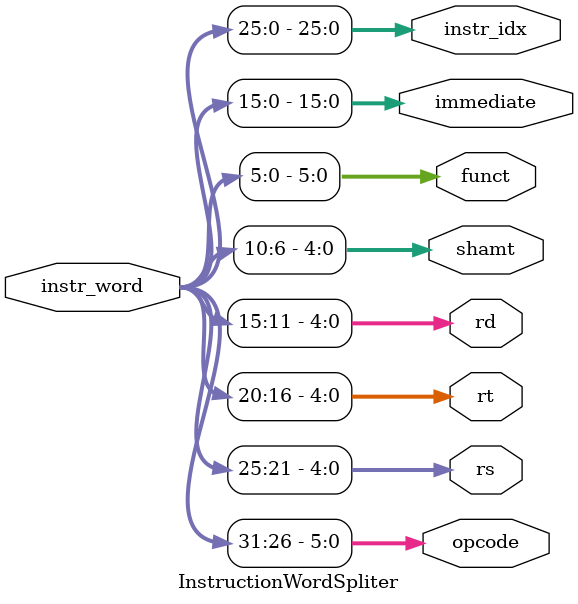
<source format=v>
`timescale 1ns / 1ps

// [combinational logic]
// splits instruction word (32 bit) for later use
module InstructionWordSpliter
(
    input   wire    [31:0]      instr_word, // instruction word
    output  wire    [5:0]       opcode,     // operation code (to ~controller~)
    output  wire    [4:0]       rs,         // source register
    output  wire    [4:0]       rt,         // target register
    output  wire    [4:0]       rd,         // destination register
    output  wire    [4:0]       shamt,      // misc parameter to ~ALU~
    output  wire    [5:0]       funct,      // function to ~controller~
    output  wire    [15:0]      immediate,  // immediate number
    output  wire    [25:0]      instr_idx   // for jump `J`
);

assign opcode   = instr_word[31:26];
assign rs       = instr_word[25:21];
assign rt       = instr_word[20:16];
assign rd       = instr_word[15:11];
assign shamt    = instr_word[10:6];
assign funct    = instr_word[5:0];
assign immediate = instr_word[15:0];
assign instr_idx = instr_word[25:0];

endmodule

</source>
